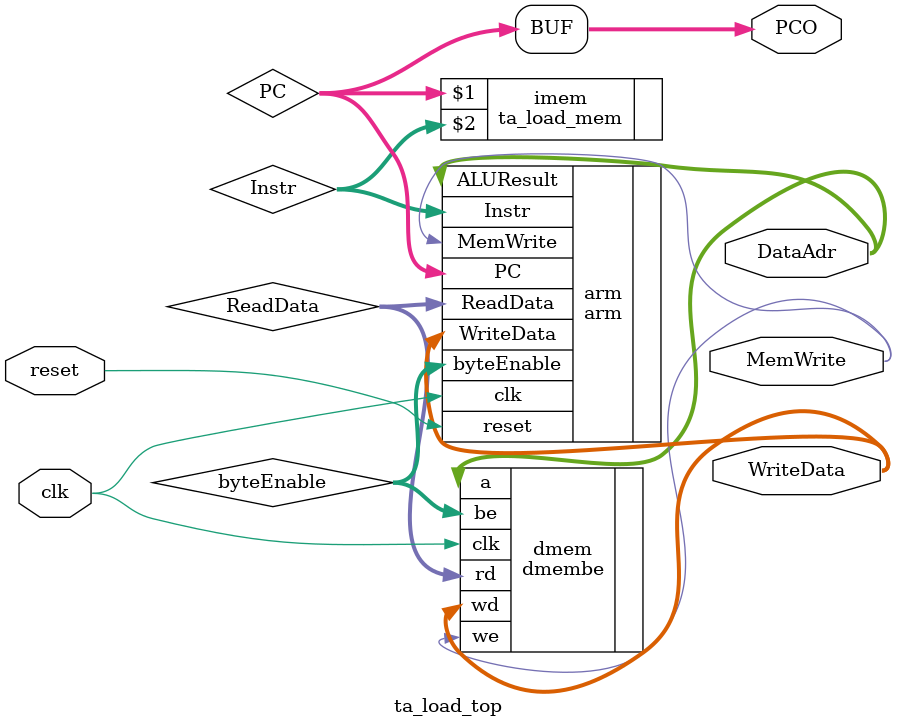
<source format=sv>
module ta_load_top(
    input  logic clk, reset,
    output logic [31:0] DataAdr,
    output logic [31:0] WriteData,
    output logic MemWrite,
	output logic [31:0] PCO
    );

    logic [31:0] PC, Instr, ReadData;
	logic [3:0] byteEnable;
	assign PCO = PC;

    // instantiate processor and memories
    arm  arm(.clk(clk), .reset(reset), .PC(PC), .Instr(Instr), .MemWrite(MemWrite), 
				.ALUResult(DataAdr), .WriteData(WriteData), .ReadData(ReadData), .byteEnable(byteEnable));
    
    ta_load_mem imem(PC, Instr);	
	
    dmembe dmem(.clk(clk), .we(MemWrite), .be(byteEnable), .a(DataAdr), .wd(WriteData), .rd(ReadData));
    
endmodule

</source>
